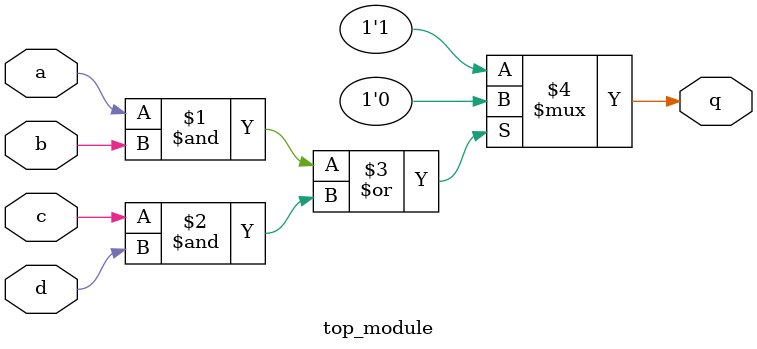
<source format=sv>
module top_module (
  input a,
  input b,
  input c,
  input d,
  output q
);

  assign q = ((a & b) | (c & d)) ? 1'b0 : 1'b1;
  
endmodule

</source>
